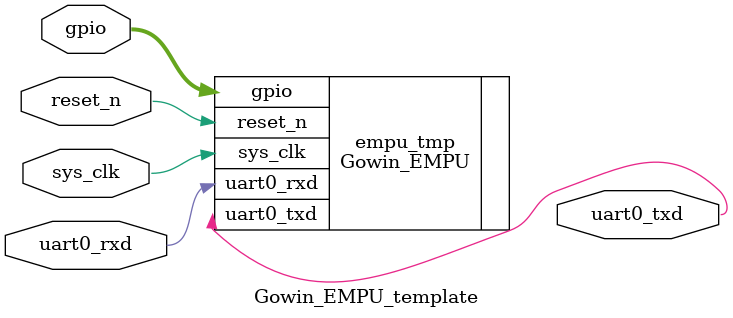
<source format=v>
/****************************************************************
========Oooo=========================================Oooo========
=     Copyright ©2015-2018 Gowin Semiconductor Corporation.     =
=                     All rights reserved.                      =
========Oooo=========================================Oooo========

<File Title>: IP file
<Series, Device, Package, Speed>: GW1NS, GW1NS-2C
<Created Time>: Mon Jun 11 13:51:31 2018
****************************************************************/

`timescale 100 ps/100 ps
module Gowin_EMPU_template (
 sys_clk,
 gpio,
 uart0_rxd,
 uart0_txd,
 reset_n
 );
 
input sys_clk;
inout [15:0] gpio /* synthesis syn_tristate = 1 */ ;
input uart0_rxd;
output uart0_txd;
input reset_n;

Gowin_EMPU empu_tmp (
 .sys_clk(sys_clk),
 .gpio(gpio),
 .uart0_rxd(uart0_rxd),
 .uart0_txd(uart0_txd),
 .reset_n(reset_n)
);

endmodule
</source>
